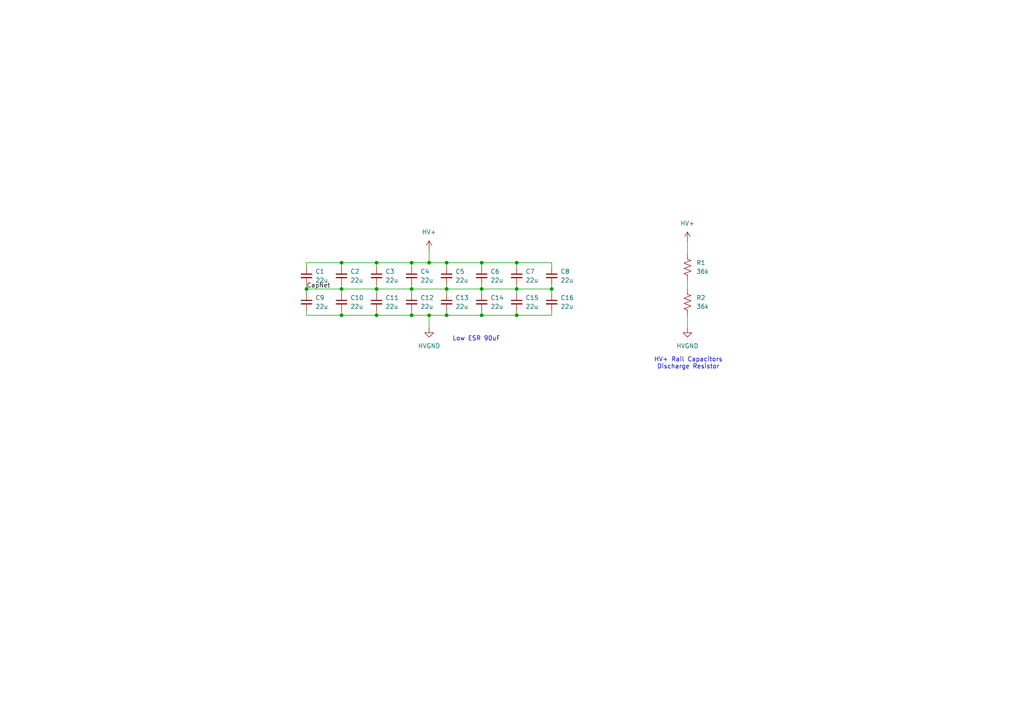
<source format=kicad_sch>
(kicad_sch (version 20250114) (generator "eeschema") (generator_version "9.0")
  (paper "A4")
  (lib_symbols
    (symbol "Device:C_Small" (pin_numbers (hide yes)) (pin_names (offset 0.254) (hide yes))
      (property "Reference" "C" (at 0.254 1.778 0))
      (property "Value" "C_Small" (at 0.254 -2.032 0))
      (symbol "C_Small_0_1"
        (polyline (pts (xy -1.524 0.508) (xy 1.524 0.508)) (stroke (width 0.3048)))
        (polyline (pts (xy -1.524 -0.508) (xy 1.524 -0.508)) (stroke (width 0.3302)))
      )
      (symbol "C_Small_1_1"
        (pin passive line (at 0 2.54 270) (length 2.032) (name "~") (number "1"))
        (pin passive line (at 0 -2.54 90) (length 2.032) (name "~") (number "2"))
      )
    )
    (symbol "Device:R_US" (pin_numbers (hide yes)) (pin_names (offset 0))
      (property "Reference" "R" (at 2.54 0 90))
      (property "Value" "R_US" (at -2.54 0 90))
      (symbol "R_US_0_1"
        (polyline (pts (xy 0 2.286) (xy 0 2.54)))
        (polyline (pts (xy 0 2.286) (xy 1.016 1.905) (xy 0 1.524) (xy -1.016 1.143) (xy 0 0.762)))
        (polyline (pts (xy 0 0.762) (xy 1.016 0.381) (xy 0 0) (xy -1.016 -0.381) (xy 0 -0.762)))
        (polyline (pts (xy 0 -0.762) (xy 1.016 -1.143) (xy 0 -1.524) (xy -1.016 -1.905) (xy 0 -2.286)))
        (polyline (pts (xy 0 -2.286) (xy 0 -2.54)))
      )
      (symbol "R_US_1_1"
        (pin passive line (at 0 3.81 270) (length 1.27) (name "~") (number "1"))
        (pin passive line (at 0 -3.81 90) (length 1.27) (name "~") (number "2"))
      )
    )
    (symbol "power:+24V" (power) (pin_numbers (hide yes)) (pin_names (offset 0) (hide yes))
      (property "Value" "+24V" (at 0 3.556 0))
      (symbol "+24V_0_1"
        (polyline (pts (xy -0.762 1.27) (xy 0 2.54)))
        (polyline (pts (xy 0 2.54) (xy 0.762 1.27)))
        (polyline (pts (xy 0 0) (xy 0 2.54)))
      )
      (symbol "+24V_1_1"
        (pin power_in line (at 0 0 90) (length 0) (name "~") (number "1"))
      )
    )
    (symbol "power:GND" (power) (pin_numbers (hide yes)) (pin_names (offset 0) (hide yes))
      (property "Value" "GND" (at 0 -3.81 0))
      (symbol "GND_0_1"
        (polyline (pts (xy 0 0) (xy 0 -1.27) (xy 1.27 -1.27) (xy 0 -2.54) (xy -1.27 -1.27) (xy 0 -1.27)))
      )
      (symbol "GND_1_1"
        (pin power_in line (at 0 0 270) (length 0) (name "~") (number "1"))
      )
    )
  )
  (text "HV+ Rail Capacitors\nDischarge Resistor" (at 199.644 105.41 0) (effects (font (size 1.27 1.27))))
  (text "Low ESR 90uF" (at 138.176 98.298 0) (effects (font (size 1.27 1.27))))
  (junction (at 160.02 83.82))
  (junction (at 139.7 91.44))
  (junction (at 139.7 76.2))
  (junction (at 109.22 83.82))
  (junction (at 129.54 76.2))
  (junction (at 124.46 76.2))
  (junction (at 129.54 91.44))
  (junction (at 124.46 91.44))
  (junction (at 139.7 83.82))
  (junction (at 149.86 76.2))
  (junction (at 119.38 91.44))
  (junction (at 99.06 76.2))
  (junction (at 109.22 91.44))
  (junction (at 119.38 83.82))
  (junction (at 99.06 83.82))
  (junction (at 149.86 83.82))
  (junction (at 88.9 83.82))
  (junction (at 99.06 91.44))
  (junction (at 149.86 91.44))
  (junction (at 109.22 76.2))
  (junction (at 129.54 83.82))
  (junction (at 119.38 76.2))
  (wire (pts (xy 119.38 91.44) (xy 124.46 91.44)))
  (wire (pts (xy 129.54 76.2) (xy 139.7 76.2)))
  (wire (pts (xy 119.38 76.2) (xy 124.46 76.2)))
  (wire (pts (xy 139.7 91.44) (xy 149.86 91.44)))
  (wire (pts (xy 109.22 83.82) (xy 109.22 85.09)))
  (wire (pts (xy 124.46 76.2) (xy 129.54 76.2)))
  (wire (pts (xy 109.22 90.17) (xy 109.22 91.44)))
  (wire (pts (xy 88.9 76.2) (xy 99.06 76.2)))
  (wire (pts (xy 139.7 83.82) (xy 139.7 85.09)))
  (wire (pts (xy 88.9 83.82) (xy 88.9 85.09)))
  (wire (pts (xy 199.39 91.44) (xy 199.39 95.25)))
  (wire (pts (xy 149.86 83.82) (xy 149.86 85.09)))
  (wire (pts (xy 88.9 90.17) (xy 88.9 91.44)))
  (wire (pts (xy 109.22 91.44) (xy 119.38 91.44)))
  (wire (pts (xy 109.22 76.2) (xy 119.38 76.2)))
  (wire (pts (xy 149.86 90.17) (xy 149.86 91.44)))
  (wire (pts (xy 109.22 76.2) (xy 109.22 77.47)))
  (wire (pts (xy 119.38 83.82) (xy 129.54 83.82)))
  (wire (pts (xy 129.54 83.82) (xy 139.7 83.82)))
  (wire (pts (xy 119.38 90.17) (xy 119.38 91.44)))
  (wire (pts (xy 160.02 83.82) (xy 160.02 85.09)))
  (wire (pts (xy 99.06 82.55) (xy 99.06 83.82)))
  (wire (pts (xy 160.02 90.17) (xy 160.02 91.44)))
  (wire (pts (xy 99.06 90.17) (xy 99.06 91.44)))
  (wire (pts (xy 149.86 82.55) (xy 149.86 83.82)))
  (wire (pts (xy 160.02 82.55) (xy 160.02 83.82)))
  (wire (pts (xy 129.54 76.2) (xy 129.54 77.47)))
  (wire (pts (xy 129.54 83.82) (xy 129.54 85.09)))
  (wire (pts (xy 88.9 82.55) (xy 88.9 83.82)))
  (wire (pts (xy 99.06 83.82) (xy 109.22 83.82)))
  (wire (pts (xy 124.46 91.44) (xy 129.54 91.44)))
  (wire (pts (xy 99.06 91.44) (xy 109.22 91.44)))
  (wire (pts (xy 119.38 83.82) (xy 119.38 85.09)))
  (wire (pts (xy 99.06 76.2) (xy 99.06 77.47)))
  (wire (pts (xy 129.54 82.55) (xy 129.54 83.82)))
  (wire (pts (xy 139.7 76.2) (xy 139.7 77.47)))
  (wire (pts (xy 139.7 76.2) (xy 149.86 76.2)))
  (wire (pts (xy 99.06 76.2) (xy 109.22 76.2)))
  (wire (pts (xy 139.7 82.55) (xy 139.7 83.82)))
  (wire (pts (xy 119.38 76.2) (xy 119.38 77.47)))
  (wire (pts (xy 149.86 76.2) (xy 149.86 77.47)))
  (wire (pts (xy 88.9 76.2) (xy 88.9 77.47)))
  (wire (pts (xy 149.86 91.44) (xy 160.02 91.44)))
  (wire (pts (xy 129.54 90.17) (xy 129.54 91.44)))
  (wire (pts (xy 109.22 83.82) (xy 119.38 83.82)))
  (wire (pts (xy 129.54 91.44) (xy 139.7 91.44)))
  (wire (pts (xy 160.02 76.2) (xy 160.02 77.47)))
  (wire (pts (xy 88.9 91.44) (xy 99.06 91.44)))
  (wire (pts (xy 139.7 90.17) (xy 139.7 91.44)))
  (wire (pts (xy 88.9 83.82) (xy 99.06 83.82)))
  (wire (pts (xy 149.86 76.2) (xy 160.02 76.2)))
  (wire (pts (xy 119.38 82.55) (xy 119.38 83.82)))
  (wire (pts (xy 199.39 81.28) (xy 199.39 83.82)))
  (wire (pts (xy 99.06 83.82) (xy 99.06 85.09)))
  (wire (pts (xy 149.86 83.82) (xy 160.02 83.82)))
  (wire (pts (xy 139.7 83.82) (xy 149.86 83.82)))
  (wire (pts (xy 199.39 69.85) (xy 199.39 73.66)))
  (wire (pts (xy 124.46 72.39) (xy 124.46 76.2)))
  (wire (pts (xy 124.46 91.44) (xy 124.46 95.25)))
  (wire (pts (xy 109.22 82.55) (xy 109.22 83.82)))
  (label "CapNet" (at 88.9 83.82 0))
  (symbol (lib_id "Device:C_Small") (at 119.38 87.63 0) (unit 1)
    (property "Reference" "C12" (at 121.92 86.3662 0) (effects (justify left)))
    (property "Value" "22u" (at 121.92 88.9062 0) (effects (justify left)))
    (property "Footprint" "Capacitor_SMD:C_2220_5750Metric" (effects (hide yes)))
    (property "Description" "Unpolarized capacitor, small symbol" (effects (hide yes)))
    (instances (project "TractionInverter" (path "" (reference "C12") (unit 1)) (path "" (reference "C196") (unit 1)) (path "" (reference "C180") (unit 1))))
  )
  (symbol (lib_id "Device:R_US") (at 199.39 87.63 0) (unit 1)
    (property "Reference" "R2" (at 201.93 86.3599 0) (effects (justify left)))
    (property "Value" "36k" (at 201.93 88.8999 0) (effects (justify left)))
    (property "Footprint" "Resistor_SMD:R_0805_2012Metric" (effects (hide yes)))
    (property "Description" "Resistor, US symbol" (effects (hide yes)))
    (instances (project "TractionInverter" (path "" (reference "R2") (unit 1)) (path "" (reference "R144") (unit 1)) (path "" (reference "R142") (unit 1))))
  )
  (symbol (lib_id "Device:R_US") (at 199.39 77.47 0) (unit 1)
    (property "Reference" "R1" (at 201.93 76.1999 0) (effects (justify left)))
    (property "Value" "36k" (at 201.93 78.7399 0) (effects (justify left)))
    (property "Footprint" "Resistor_SMD:R_0805_2012Metric" (effects (hide yes)))
    (property "Description" "Resistor, US symbol" (effects (hide yes)))
    (instances (project "TractionInverter" (path "" (reference "R1") (unit 1)) (path "" (reference "R143") (unit 1)) (path "" (reference "R141") (unit 1))))
  )
  (symbol (lib_id "Device:C_Small") (at 139.7 87.63 0) (unit 1)
    (property "Reference" "C14" (at 142.24 86.3662 0) (effects (justify left)))
    (property "Value" "22u" (at 142.24 88.9062 0) (effects (justify left)))
    (property "Footprint" "Capacitor_SMD:C_2220_5750Metric" (effects (hide yes)))
    (property "Description" "Unpolarized capacitor, small symbol" (effects (hide yes)))
    (instances (project "TractionInverter" (path "" (reference "C14") (unit 1)) (path "" (reference "C198") (unit 1)) (path "" (reference "C182") (unit 1))))
  )
  (symbol (lib_id "Device:C_Small") (at 129.54 80.01 0) (unit 1)
    (property "Reference" "C5" (at 132.08 78.7462 0) (effects (justify left)))
    (property "Value" "22u" (at 132.08 81.2862 0) (effects (justify left)))
    (property "Footprint" "Capacitor_SMD:C_2220_5750Metric" (effects (hide yes)))
    (property "Description" "Unpolarized capacitor, small symbol" (effects (hide yes)))
    (instances (project "TractionInverter" (path "" (reference "C5") (unit 1)) (path "" (reference "C189") (unit 1)) (path "" (reference "C173") (unit 1))))
  )
  (symbol (lib_id "Device:C_Small") (at 109.22 87.63 0) (unit 1)
    (property "Reference" "C11" (at 111.76 86.3662 0) (effects (justify left)))
    (property "Value" "22u" (at 111.76 88.9062 0) (effects (justify left)))
    (property "Footprint" "Capacitor_SMD:C_2220_5750Metric" (effects (hide yes)))
    (property "Description" "Unpolarized capacitor, small symbol" (effects (hide yes)))
    (instances (project "TractionInverter" (path "" (reference "C11") (unit 1)) (path "" (reference "C195") (unit 1)) (path "" (reference "C179") (unit 1))))
  )
  (symbol (lib_id "Device:C_Small") (at 109.22 80.01 0) (unit 1)
    (property "Reference" "C3" (at 111.76 78.7462 0) (effects (justify left)))
    (property "Value" "22u" (at 111.76 81.2862 0) (effects (justify left)))
    (property "Footprint" "Capacitor_SMD:C_2220_5750Metric" (effects (hide yes)))
    (property "Description" "Unpolarized capacitor, small symbol" (effects (hide yes)))
    (instances (project "TractionInverter" (path "" (reference "C3") (unit 1)) (path "" (reference "C187") (unit 1)) (path "" (reference "C171") (unit 1))))
  )
  (symbol (lib_id "power:+24V") (at 199.39 69.85 0) (unit 1)
    (property "Reference" "#PWR04" (effects (hide yes)))
    (property "Value" "HV+" (at 199.39 64.77 0))
    (property "Description" "Power symbol creates a global label with name \"+24V\"" (effects (hide yes)))
    (instances (project "TractionInverter" (path "" (reference "#PWR04") (unit 1)) (path "" (reference "#PWR0195") (unit 1)) (path "" (reference "#PWR0191") (unit 1))))
  )
  (symbol (lib_id "Device:C_Small") (at 149.86 80.01 0) (unit 1)
    (property "Reference" "C7" (at 152.4 78.7462 0) (effects (justify left)))
    (property "Value" "22u" (at 152.4 81.2862 0) (effects (justify left)))
    (property "Footprint" "Capacitor_SMD:C_2220_5750Metric" (effects (hide yes)))
    (property "Description" "Unpolarized capacitor, small symbol" (effects (hide yes)))
    (instances (project "TractionInverter" (path "" (reference "C7") (unit 1)) (path "" (reference "C191") (unit 1)) (path "" (reference "C175") (unit 1))))
  )
  (symbol (lib_id "power:+24V") (at 124.46 72.39 0) (unit 1)
    (property "Reference" "#PWR05" (effects (hide yes)))
    (property "Value" "HV+" (at 124.46 67.31 0))
    (property "Description" "Power symbol creates a global label with name \"+24V\"" (effects (hide yes)))
    (instances (project "TractionInverter" (path "" (reference "#PWR05") (unit 1)) (path "" (reference "#PWR0196") (unit 1)) (path "" (reference "#PWR0192") (unit 1))))
  )
  (symbol (lib_id "Device:C_Small") (at 149.86 87.63 0) (unit 1)
    (property "Reference" "C15" (at 152.4 86.3662 0) (effects (justify left)))
    (property "Value" "22u" (at 152.4 88.9062 0) (effects (justify left)))
    (property "Footprint" "Capacitor_SMD:C_2220_5750Metric" (effects (hide yes)))
    (property "Description" "Unpolarized capacitor, small symbol" (effects (hide yes)))
    (instances (project "TractionInverter" (path "" (reference "C15") (unit 1)) (path "" (reference "C199") (unit 1)) (path "" (reference "C183") (unit 1))))
  )
  (symbol (lib_id "Device:C_Small") (at 88.9 87.63 0) (unit 1)
    (property "Reference" "C9" (at 91.44 86.3662 0) (effects (justify left)))
    (property "Value" "22u" (at 91.44 88.9062 0) (effects (justify left)))
    (property "Footprint" "Capacitor_SMD:C_2220_5750Metric" (effects (hide yes)))
    (property "Description" "Unpolarized capacitor, small symbol" (effects (hide yes)))
    (instances (project "TractionInverter" (path "" (reference "C9") (unit 1)) (path "" (reference "C193") (unit 1)) (path "" (reference "C177") (unit 1))))
  )
  (symbol (lib_id "Device:C_Small") (at 88.9 80.01 0) (unit 1)
    (property "Reference" "C1" (at 91.44 78.7462 0) (effects (justify left)))
    (property "Value" "22u" (at 91.44 81.2862 0) (effects (justify left)))
    (property "Footprint" "Capacitor_SMD:C_2220_5750Metric" (effects (hide yes)))
    (property "Description" "Unpolarized capacitor, small symbol" (effects (hide yes)))
    (instances (project "TractionInverter" (path "" (reference "C1") (unit 1)) (path "" (reference "C185") (unit 1)) (path "" (reference "C169") (unit 1))))
  )
  (symbol (lib_id "power:GND") (at 199.39 95.25 0) (unit 1)
    (property "Reference" "#PWR07" (effects (hide yes)))
    (property "Value" "HVGND" (at 199.39 100.33 0))
    (property "Description" "Power symbol creates a global label with name \"GND\" , ground" (effects (hide yes)))
    (instances (project "TractionInverter" (path "" (reference "#PWR07") (unit 1)) (path "" (reference "#PWR0198") (unit 1)) (path "" (reference "#PWR0194") (unit 1))))
  )
  (symbol (lib_id "power:GND") (at 124.46 95.25 0) (unit 1)
    (property "Reference" "#PWR06" (effects (hide yes)))
    (property "Value" "HVGND" (at 124.46 100.33 0))
    (property "Description" "Power symbol creates a global label with name \"GND\" , ground" (effects (hide yes)))
    (instances (project "TractionInverter" (path "" (reference "#PWR06") (unit 1)) (path "" (reference "#PWR0197") (unit 1)) (path "" (reference "#PWR0193") (unit 1))))
  )
  (symbol (lib_id "Device:C_Small") (at 119.38 80.01 0) (unit 1)
    (property "Reference" "C4" (at 121.92 78.7462 0) (effects (justify left)))
    (property "Value" "22u" (at 121.92 81.2862 0) (effects (justify left)))
    (property "Footprint" "Capacitor_SMD:C_2220_5750Metric" (effects (hide yes)))
    (property "Description" "Unpolarized capacitor, small symbol" (effects (hide yes)))
    (instances (project "TractionInverter" (path "" (reference "C4") (unit 1)) (path "" (reference "C188") (unit 1)) (path "" (reference "C172") (unit 1))))
  )
  (symbol (lib_id "Device:C_Small") (at 160.02 80.01 0) (unit 1)
    (property "Reference" "C8" (at 162.56 78.7462 0) (effects (justify left)))
    (property "Value" "22u" (at 162.56 81.2862 0) (effects (justify left)))
    (property "Footprint" "Capacitor_SMD:C_2220_5750Metric" (effects (hide yes)))
    (property "Description" "Unpolarized capacitor, small symbol" (effects (hide yes)))
    (instances (project "TractionInverter" (path "" (reference "C8") (unit 1)) (path "" (reference "C192") (unit 1)) (path "" (reference "C176") (unit 1))))
  )
  (symbol (lib_id "Device:C_Small") (at 139.7 80.01 0) (unit 1)
    (property "Reference" "C6" (at 142.24 78.7462 0) (effects (justify left)))
    (property "Value" "22u" (at 142.24 81.2862 0) (effects (justify left)))
    (property "Footprint" "Capacitor_SMD:C_2220_5750Metric" (effects (hide yes)))
    (property "Description" "Unpolarized capacitor, small symbol" (effects (hide yes)))
    (instances (project "TractionInverter" (path "" (reference "C6") (unit 1)) (path "" (reference "C190") (unit 1)) (path "" (reference "C174") (unit 1))))
  )
  (symbol (lib_id "Device:C_Small") (at 99.06 87.63 0) (unit 1)
    (property "Reference" "C10" (at 101.6 86.3662 0) (effects (justify left)))
    (property "Value" "22u" (at 101.6 88.9062 0) (effects (justify left)))
    (property "Footprint" "Capacitor_SMD:C_2220_5750Metric" (effects (hide yes)))
    (property "Description" "Unpolarized capacitor, small symbol" (effects (hide yes)))
    (instances (project "TractionInverter" (path "" (reference "C10") (unit 1)) (path "" (reference "C194") (unit 1)) (path "" (reference "C178") (unit 1))))
  )
  (symbol (lib_id "Device:C_Small") (at 129.54 87.63 0) (unit 1)
    (property "Reference" "C13" (at 132.08 86.3662 0) (effects (justify left)))
    (property "Value" "22u" (at 132.08 88.9062 0) (effects (justify left)))
    (property "Footprint" "Capacitor_SMD:C_2220_5750Metric" (effects (hide yes)))
    (property "Description" "Unpolarized capacitor, small symbol" (effects (hide yes)))
    (instances (project "TractionInverter" (path "" (reference "C13") (unit 1)) (path "" (reference "C197") (unit 1)) (path "" (reference "C181") (unit 1))))
  )
  (symbol (lib_id "Device:C_Small") (at 99.06 80.01 0) (unit 1)
    (property "Reference" "C2" (at 101.6 78.7462 0) (effects (justify left)))
    (property "Value" "22u" (at 101.6 81.2862 0) (effects (justify left)))
    (property "Footprint" "Capacitor_SMD:C_2220_5750Metric" (effects (hide yes)))
    (property "Description" "Unpolarized capacitor, small symbol" (effects (hide yes)))
    (instances (project "TractionInverter" (path "" (reference "C2") (unit 1)) (path "" (reference "C186") (unit 1)) (path "" (reference "C170") (unit 1))))
  )
  (symbol (lib_id "Device:C_Small") (at 160.02 87.63 0) (unit 1)
    (property "Reference" "C16" (at 162.56 86.3662 0) (effects (justify left)))
    (property "Value" "22u" (at 162.56 88.9062 0) (effects (justify left)))
    (property "Footprint" "Capacitor_SMD:C_2220_5750Metric" (effects (hide yes)))
    (property "Description" "Unpolarized capacitor, small symbol" (effects (hide yes)))
    (instances (project "TractionInverter" (path "" (reference "C16") (unit 1)) (path "" (reference "C200") (unit 1)) (path "" (reference "C184") (unit 1))))
  )
)
</source>
